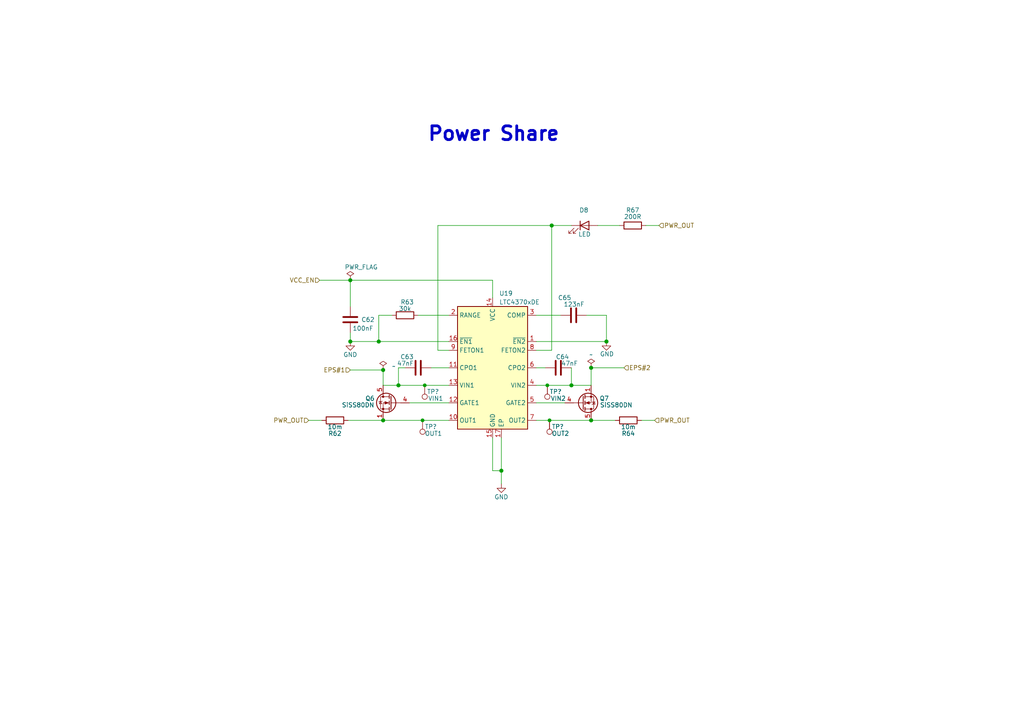
<source format=kicad_sch>
(kicad_sch (version 20211123) (generator eeschema)
  (paper "A4")
  (lib_symbols
    (symbol "Connector:TestPoint" (pin_numbers hide) (pin_names (offset 0.762) hide)
      (property "Reference" "TP" (at 0 6.858 0))
      (property "Value" "TestPoint" (at 0 5.08 0))
      (symbol "TestPoint_0_1"
        (circle (center 0 3.302) (radius 0.762))
      )
      (symbol "TestPoint_1_1"
        (pin passive line (at 0 0 90) (length 2.54) (name "1") (number "1"))
      )
    )
    (symbol "Device:C" (pin_numbers hide) (pin_names (offset 0.254))
      (property "Reference" "C" (at 0.635 2.54 0))
      (property "Value" "C" (at 0.635 -2.54 0))
      (symbol "C_0_1"
        (polyline (pts (xy -2.032 -0.762) (xy 2.032 -0.762)) (stroke (width 0.508)))
        (polyline (pts (xy -2.032 0.762) (xy 2.032 0.762)) (stroke (width 0.508)))
      )
      (symbol "C_1_1"
        (pin passive line (at 0 3.81 270) (length 2.794) (name "~") (number "1"))
        (pin passive line (at 0 -3.81 90) (length 2.794) (name "~") (number "2"))
      )
    )
    (symbol "Device:LED" (pin_numbers hide) (pin_names (offset 1.016) hide)
      (property "Reference" "D" (at 0 2.54 0))
      (property "Value" "LED" (at 0 -2.54 0))
      (symbol "LED_0_1"
        (polyline (pts (xy -1.27 -1.27) (xy -1.27 1.27)) (stroke (width 0.254)))
        (polyline (pts (xy -1.27 0) (xy 1.27 0)))
        (polyline (pts (xy 1.27 -1.27) (xy 1.27 1.27) (xy -1.27 0) (xy 1.27 -1.27)) (stroke (width 0.254)))
        (polyline (pts (xy -3.048 -0.762) (xy -4.572 -2.286) (xy -3.81 -2.286) (xy -4.572 -2.286) (xy -4.572 -1.524)))
        (polyline (pts (xy -1.778 -0.762) (xy -3.302 -2.286) (xy -2.54 -2.286) (xy -3.302 -2.286) (xy -3.302 -1.524)))
      )
      (symbol "LED_1_1"
        (pin passive line (at -3.81 0 0) (length 2.54) (name "K") (number "1"))
        (pin passive line (at 3.81 0 180) (length 2.54) (name "A") (number "2"))
      )
    )
    (symbol "Device:R" (pin_numbers hide) (pin_names (offset 0))
      (property "Reference" "R" (at 2.032 0 90))
      (property "Value" "R" (at 0 0 90))
      (symbol "R_0_1"
        (rectangle (start -1.016 -2.54) (end 1.016 2.54) (stroke (width 0.254)))
      )
      (symbol "R_1_1"
        (pin passive line (at 0 3.81 270) (length 1.27) (name "~") (number "1"))
        (pin passive line (at 0 -3.81 90) (length 1.27) (name "~") (number "2"))
      )
    )
    (symbol "Power_Management:LTC4370xDE"
      (property "Reference" "U" (at -8.89 19.05 0))
      (property "Value" "LTC4370xDE" (at 7.62 19.05 0))
      (symbol "LTC4370xDE_0_1"
        (rectangle (start -10.16 17.78) (end 10.16 -17.78) (stroke (width 0.254)) (fill (type background)))
      )
      (symbol "LTC4370xDE_1_1"
        (pin input line (at 12.7 7.62 180) (length 2.54) (name "~{EN2}") (number "1"))
        (pin input line (at -12.7 -15.24 0) (length 2.54) (name "OUT1") (number "10"))
        (pin passive line (at -12.7 0 0) (length 2.54) (name "CPO1") (number "11"))
        (pin output line (at -12.7 -10.16 0) (length 2.54) (name "GATE1") (number "12"))
        (pin power_in line (at -12.7 -5.08 0) (length 2.54) (name "VIN1") (number "13"))
        (pin power_in line (at 0 20.32 270) (length 2.54) (name "VCC") (number "14"))
        (pin power_in line (at 0 -20.32 90) (length 2.54) (name "GND") (number "15"))
        (pin input line (at -12.7 7.62 0) (length 2.54) (name "~{EN1}") (number "16"))
        (pin passive line (at 2.54 -20.32 90) (length 2.54) (name "EP") (number "17"))
        (pin passive line (at -12.7 15.24 0) (length 2.54) (name "RANGE") (number "2"))
        (pin passive line (at 12.7 15.24 180) (length 2.54) (name "COMP") (number "3"))
        (pin power_in line (at 12.7 -5.08 180) (length 2.54) (name "VIN2") (number "4"))
        (pin output line (at 12.7 -10.16 180) (length 2.54) (name "GATE2") (number "5"))
        (pin passive line (at 12.7 0 180) (length 2.54) (name "CPO2") (number "6"))
        (pin input line (at 12.7 -15.24 180) (length 2.54) (name "OUT2") (number "7"))
        (pin open_collector line (at 12.7 5.08 180) (length 2.54) (name "FETON2") (number "8"))
        (pin open_collector line (at -12.7 5.08 0) (length 2.54) (name "FETON1") (number "9"))
      )
    )
    (symbol "Transistor_FET:SiS454DN" (pin_names hide)
      (property "Reference" "Q" (at 5.08 1.905 0))
      (property "Value" "SiS454DN" (at 5.08 0 0))
      (symbol "SiS454DN_0_1"
        (polyline (pts (xy 0.254 0) (xy -2.54 0)))
        (polyline (pts (xy 0.254 1.905) (xy 0.254 -1.905)) (stroke (width 0.254)))
        (polyline (pts (xy 0.762 -1.27) (xy 0.762 -2.286)) (stroke (width 0.254)))
        (polyline (pts (xy 0.762 0.508) (xy 0.762 -0.508)) (stroke (width 0.254)))
        (polyline (pts (xy 0.762 2.286) (xy 0.762 1.27)) (stroke (width 0.254)))
        (polyline (pts (xy 2.54 2.54) (xy 2.54 1.778)))
        (polyline (pts (xy 2.54 -2.54) (xy 2.54 0) (xy 0.762 0)))
        (polyline (pts (xy 0.762 -1.778) (xy 3.302 -1.778) (xy 3.302 1.778) (xy 0.762 1.778)))
        (polyline (pts (xy 1.016 0) (xy 2.032 0.381) (xy 2.032 -0.381) (xy 1.016 0)) (fill (type outline)))
        (polyline (pts (xy 2.794 0.508) (xy 2.921 0.381) (xy 3.683 0.381) (xy 3.81 0.254)))
        (polyline (pts (xy 3.302 0.381) (xy 2.921 -0.254) (xy 3.683 -0.254) (xy 3.302 0.381)))
        (circle (center 1.651 0) (radius 2.794) (stroke (width 0.254)))
        (circle (center 2.54 -1.778) (radius 0.254) (fill (type outline)))
        (circle (center 2.54 1.778) (radius 0.254) (fill (type outline)))
      )
      (symbol "SiS454DN_1_1"
        (pin passive line (at 2.54 -5.08 90) (length 2.54) (name "S") (number "1"))
        (pin passive line (at 2.54 -5.08 90) (length 2.54) hide (name "S") (number "2"))
        (pin passive line (at 2.54 -5.08 90) (length 2.54) hide (name "S") (number "3"))
        (pin input line (at -5.08 0 0) (length 2.54) (name "G") (number "4"))
        (pin passive line (at 2.54 5.08 270) (length 2.54) (name "D") (number "5"))
      )
    )
    (symbol "power:GND" (power) (pin_names (offset 0))
      (property "Value" "GND" (at 0 -3.81 0))
      (symbol "GND_0_1"
        (polyline (pts (xy 0 0) (xy 0 -1.27) (xy 1.27 -1.27) (xy 0 -2.54) (xy -1.27 -1.27) (xy 0 -1.27)))
      )
      (symbol "GND_1_1"
        (pin power_in line (at 0 0 270) (length 0) hide (name "GND") (number "1"))
      )
    )
    (symbol "power:PWR_FLAG" (power) (pin_numbers hide) (pin_names (offset 0) hide)
      (property "Value" "PWR_FLAG" (at 0 3.81 0))
      (symbol "PWR_FLAG_0_0"
        (pin power_out line (at 0 0 90) (length 0) (name "pwr") (number "1"))
      )
      (symbol "PWR_FLAG_0_1"
        (polyline (pts (xy 0 0) (xy 0 1.27) (xy -1.016 1.905) (xy 0 2.54) (xy 1.016 1.905) (xy 0 1.27)))
      )
    )
  )
  (junction (at 159.385 121.92))
  (junction (at 101.6 99.06) (diameter 1.016))
  (junction (at 111.125 121.92) (diameter 1.016))
  (junction (at 115.57 111.76) (diameter 1.016))
  (junction (at 111.125 107.315) (diameter 1.016))
  (junction (at 109.855 99.06) (diameter 1.016))
  (junction (at 158.75 111.76))
  (junction (at 123.19 111.76))
  (junction (at 171.45 106.68) (diameter 1.016))
  (junction (at 122.555 121.92))
  (junction (at 101.6 81.28) (diameter 1.016))
  (junction (at 145.415 136.525) (diameter 1.016))
  (junction (at 175.895 99.06) (diameter 1.016))
  (junction (at 165.735 111.76) (diameter 1.016))
  (junction (at 160.02 65.405) (diameter 1.016))
  (junction (at 171.45 121.92) (diameter 1.016))
  (wire (pts (xy 122.555 121.92) (xy 130.175 121.92)))
  (wire (pts (xy 101.6 96.52) (xy 101.6 99.06)))
  (wire (pts (xy 159.385 121.92) (xy 171.45 121.92)))
  (wire (pts (xy 155.575 106.68) (xy 158.115 106.68)))
  (wire (pts (xy 165.735 106.68) (xy 165.735 111.76)))
  (wire (pts (xy 145.415 127) (xy 145.415 136.525)))
  (wire (pts (xy 145.415 136.525) (xy 145.415 140.335)))
  (wire (pts (xy 142.875 127) (xy 142.875 136.525)))
  (wire (pts (xy 115.57 106.68) (xy 115.57 111.76)))
  (wire (pts (xy 123.19 111.76) (xy 130.175 111.76)))
  (wire (pts (xy 127 101.6) (xy 127 65.405)))
  (wire (pts (xy 130.175 101.6) (xy 127 101.6)))
  (wire (pts (xy 100.965 121.92) (xy 111.125 121.92)))
  (wire (pts (xy 111.125 121.92) (xy 122.555 121.92)))
  (wire (pts (xy 155.575 91.44) (xy 162.56 91.44)))
  (wire (pts (xy 173.355 65.405) (xy 179.705 65.405)))
  (wire (pts (xy 125.095 106.68) (xy 130.175 106.68)))
  (wire (pts (xy 101.6 81.28) (xy 142.875 81.28)))
  (wire (pts (xy 101.6 88.9) (xy 101.6 81.28)))
  (wire (pts (xy 186.055 121.92) (xy 189.865 121.92)))
  (wire (pts (xy 165.735 65.405) (xy 160.02 65.405)))
  (wire (pts (xy 121.285 91.44) (xy 130.175 91.44)))
  (wire (pts (xy 180.975 106.68) (xy 171.45 106.68)))
  (wire (pts (xy 101.6 99.06) (xy 109.855 99.06)))
  (wire (pts (xy 142.875 136.525) (xy 145.415 136.525)))
  (wire (pts (xy 109.855 91.44) (xy 109.855 99.06)))
  (wire (pts (xy 109.855 99.06) (xy 130.175 99.06)))
  (wire (pts (xy 113.665 91.44) (xy 109.855 91.44)))
  (wire (pts (xy 187.325 65.405) (xy 191.135 65.405)))
  (wire (pts (xy 111.125 107.315) (xy 111.125 111.76)))
  (wire (pts (xy 142.875 86.36) (xy 142.875 81.28)))
  (wire (pts (xy 155.575 99.06) (xy 175.895 99.06)))
  (wire (pts (xy 117.475 106.68) (xy 115.57 106.68)))
  (wire (pts (xy 118.745 116.84) (xy 130.175 116.84)))
  (wire (pts (xy 170.18 91.44) (xy 175.895 91.44)))
  (wire (pts (xy 175.895 91.44) (xy 175.895 99.06)))
  (wire (pts (xy 101.6 107.315) (xy 111.125 107.315)))
  (wire (pts (xy 93.345 121.92) (xy 89.535 121.92)))
  (wire (pts (xy 111.125 111.76) (xy 115.57 111.76)))
  (wire (pts (xy 115.57 111.76) (xy 123.19 111.76)))
  (wire (pts (xy 155.575 101.6) (xy 160.02 101.6)))
  (wire (pts (xy 160.02 65.405) (xy 127 65.405)))
  (wire (pts (xy 160.02 101.6) (xy 160.02 65.405)))
  (wire (pts (xy 155.575 111.76) (xy 158.75 111.76)))
  (wire (pts (xy 165.735 111.76) (xy 171.45 111.76)))
  (wire (pts (xy 92.71 81.28) (xy 101.6 81.28)))
  (wire (pts (xy 171.45 106.68) (xy 171.45 111.76)))
  (wire (pts (xy 155.575 116.84) (xy 163.83 116.84)))
  (wire (pts (xy 155.575 121.92) (xy 159.385 121.92)))
  (wire (pts (xy 171.45 121.92) (xy 178.435 121.92)))
  (wire (pts (xy 158.75 111.76) (xy 165.735 111.76)))
  (text "Power Share" (at 123.825 41.275 0) (effects (font (size 4 4) (thickness 0.8) bold) (justify left bottom)))
  (hierarchical_label "VCC_EN" (shape input) (at 92.71 81.28 180))
  (hierarchical_label "PWR_OUT" (shape input) (at 89.535 121.92 180))
  (hierarchical_label "PWR_OUT" (shape input) (at 189.865 121.92 0))
  (hierarchical_label "PWR_OUT" (shape input) (at 191.135 65.405 0))
  (hierarchical_label "EPS#2" (shape input) (at 180.975 106.68 0))
  (hierarchical_label "EPS#1" (shape input) (at 101.6 107.315 180))
  (symbol (lib_id "Transistor_FET:SiS454DN") (at 113.665 116.84 0) (mirror y)
    (property "Reference" "Q6" (at 107.315 115.57 0))
    (property "Value" "SiSS80DN" (at 108.585 117.475 0) (effects (justify left)))
    (property "Footprint" "Package_SO:Vishay_PowerPAK_1212-8_Single" (effects hide))
    (property "Datasheet" "https://www.vishay.com/docs/66707/sis454dn.pdf" (effects hide))
  )
  (symbol (lib_id "Transistor_FET:SiS454DN") (at 168.91 116.84 0) (mirror x)
    (property "Reference" "Q7" (at 175.26 115.57 0))
    (property "Value" "SiSS80DN" (at 173.99 117.475 0) (effects (justify left)))
    (property "Footprint" "Package_SO:Vishay_PowerPAK_1212-8_Single" (effects hide))
    (property "Datasheet" "https://www.vishay.com/docs/66707/sis454dn.pdf" (effects hide))
  )
  (symbol (lib_id "Device:R") (at 117.475 91.44 90)
    (property "Reference" "R63" (at 118.11 87.63 90))
    (property "Value" "30k" (at 117.475 89.535 90))
    (property "Footprint" "Resistor_SMD:R_0603_1608Metric" (effects hide))
  )
  (symbol (lib_id "Device:C") (at 166.37 91.44 90)
    (property "Reference" "C65" (at 165.7349 86.36 90) (effects (justify left)))
    (property "Value" "123nF" (at 169.545 88.265 90) (effects (justify left)))
    (property "Footprint" "Capacitor_SMD:C_0603_1608Metric" (effects hide))
  )
  (symbol (lib_id "Connector:TestPoint") (at 159.385 121.92 180)
    (property "Reference" "TP?" (at 160.02 123.7614 0) (effects (justify right)))
    (property "Value" "OUT2" (at 162.56 125.73 0))
  )
  (symbol (lib_id "Device:C") (at 101.6 92.71 0)
    (property "Reference" "C62" (at 104.775 92.7099 0) (effects (justify left)))
    (property "Value" "100nF" (at 102.235 95.25 0) (effects (justify left)))
    (property "Footprint" "Capacitor_SMD:C_0603_1608Metric" (effects hide))
  )
  (symbol (lib_id "Device:R") (at 183.515 65.405 90)
    (property "Reference" "R67" (at 183.515 60.96 90))
    (property "Value" "200R" (at 183.515 62.865 90))
    (property "Footprint" "Inductor_SMD:L_0603_1608Metric" (effects hide))
  )
  (symbol (lib_id "Connector:TestPoint") (at 122.555 121.92 180)
    (property "Reference" "TP?" (at 123.19 123.7614 0) (effects (justify right)))
    (property "Value" "OUT1" (at 125.73 125.73 0))
  )
  (symbol (lib_id "power:GND") (at 101.6 99.06 0)
    (property "Reference" "#PWR0196" (effects hide))
    (property "Value" "GND" (at 101.6 102.87 0))
  )
  (symbol (lib_id "power:PWR_FLAG") (at 101.6 81.28 0)
    (property "Reference" "#FLG0111" (effects hide))
    (property "Value" "PWR_FLAG" (at 104.775 77.47 0))
  )
  (symbol (lib_id "Device:R") (at 97.155 121.92 90)
    (property "Reference" "R62" (at 97.155 125.73 90))
    (property "Value" "10m" (at 97.155 123.825 90))
    (property "Footprint" "Resistor_SMD:R_0603_1608Metric" (effects hide))
  )
  (symbol (lib_id "Device:C") (at 161.925 106.68 90)
    (property "Reference" "C64" (at 165.0999 103.505 90) (effects (justify left)))
    (property "Value" "47nF" (at 167.64 105.41 90) (effects (justify left)))
    (property "Footprint" "Capacitor_SMD:C_0603_1608Metric" (effects hide))
  )
  (symbol (lib_id "power:GND") (at 175.895 99.06 0)
    (property "Reference" "#PWR0198" (effects hide))
    (property "Value" "GND" (at 173.99 102.6794 0) (effects (justify left)))
  )
  (symbol (lib_id "power:PWR_FLAG") (at 111.125 107.315 0)
    (property "Reference" "#FLG0110" (effects hide))
    (property "Value" "~" (at 113.665 106.2354 0) (effects (justify left)))
  )
  (symbol (lib_id "Device:R") (at 182.245 121.92 270)
    (property "Reference" "R64" (at 182.245 125.73 90))
    (property "Value" "10m" (at 182.245 123.825 90))
    (property "Footprint" "Resistor_SMD:R_0603_1608Metric" (effects hide))
  )
  (symbol (lib_id "power:PWR_FLAG") (at 171.45 106.68 0)
    (property "Reference" "#FLG0112" (effects hide))
    (property "Value" "~" (at 171.45 102.87 0))
  )
  (symbol (lib_id "Connector:TestPoint") (at 123.19 111.76 180)
    (property "Reference" "TP?" (at 123.825 113.6014 0) (effects (justify right)))
    (property "Value" "VIN1" (at 126.365 115.57 0))
  )
  (symbol (lib_id "Device:LED") (at 169.545 65.405 0)
    (property "Reference" "D8" (at 169.3545 60.96 0))
    (property "Value" "LED" (at 169.545 67.945 0))
    (property "Footprint" "LED_SMD:LED_0603_1608Metric" (effects hide))
  )
  (symbol (lib_id "Connector:TestPoint") (at 158.75 111.76 180)
    (property "Reference" "TP?" (at 159.385 113.6014 0) (effects (justify right)))
    (property "Value" "VIN2" (at 161.925 115.57 0))
  )
  (symbol (lib_id "Power_Management:LTC4370xDE") (at 142.875 106.68 0)
    (property "Reference" "U19" (at 144.7799 85.09 0) (effects (justify left)))
    (property "Value" "LTC4370xDE" (at 144.7799 87.63 0) (effects (justify left)))
    (property "Footprint" "Package_DFN_QFN:DFN-16-1EP_3x4mm_P0.45mm_EP1.7x3.3mm" (effects hide))
    (property "Datasheet" "https://www.analog.com/media/en/technical-documentation/data-sheets/4370f.pdf" (effects hide))
  )
  (symbol (lib_id "power:GND") (at 145.415 140.335 0)
    (property "Reference" "#PWR0197" (effects hide))
    (property "Value" "GND" (at 145.415 144.145 0))
  )
  (symbol (lib_id "Device:C") (at 121.285 106.68 90)
    (property "Reference" "C63" (at 120.0149 103.505 90) (effects (justify left)))
    (property "Value" "47nF" (at 120.015 105.41 90) (effects (justify left)))
    (property "Footprint" "Capacitor_SMD:C_0603_1608Metric" (effects hide))
  )
)
</source>
